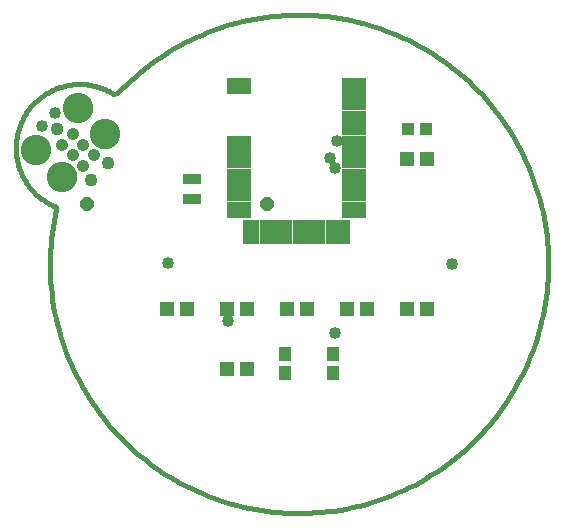
<source format=gts>
G75*
%MOIN*%
%OFA0B0*%
%FSLAX25Y25*%
%IPPOS*%
%LPD*%
%AMOC8*
5,1,8,0,0,1.08239X$1,22.5*
%
%ADD10C,0.01600*%
%ADD11R,0.06312X0.03556*%
%ADD12R,0.05131X0.04737*%
%ADD13C,0.03900*%
%ADD14C,0.00000*%
%ADD15C,0.04300*%
%ADD16C,0.10150*%
%ADD17R,0.03950X0.03950*%
%ADD18R,0.04737X0.05131*%
%ADD19R,0.08083X0.02769*%
%ADD20R,0.02769X0.08083*%
%ADD21R,0.04343X0.04540*%
%ADD22C,0.04000*%
%ADD23OC8,0.04362*%
D10*
X0019468Y0104650D02*
X0019041Y0102662D01*
X0018664Y0100665D01*
X0018336Y0098658D01*
X0018056Y0096644D01*
X0017827Y0094624D01*
X0017646Y0092599D01*
X0017516Y0090570D01*
X0017435Y0088539D01*
X0017403Y0086506D01*
X0017422Y0084473D01*
X0017490Y0082441D01*
X0017608Y0080411D01*
X0017776Y0078385D01*
X0017993Y0076364D01*
X0018260Y0074348D01*
X0018576Y0072340D01*
X0018941Y0070339D01*
X0019355Y0068349D01*
X0019817Y0066369D01*
X0020328Y0064401D01*
X0020887Y0062446D01*
X0021493Y0060506D01*
X0022147Y0058581D01*
X0022848Y0056672D01*
X0023595Y0054781D01*
X0024389Y0052910D01*
X0025228Y0051058D01*
X0026112Y0049227D01*
X0027040Y0047418D01*
X0028013Y0045633D01*
X0029029Y0043872D01*
X0030088Y0042136D01*
X0031188Y0040427D01*
X0032331Y0038745D01*
X0033514Y0037092D01*
X0034738Y0035468D01*
X0036000Y0033875D01*
X0037302Y0032313D01*
X0038641Y0030783D01*
X0040017Y0029286D01*
X0041430Y0027824D01*
X0042878Y0026397D01*
X0044360Y0025005D01*
X0045876Y0023651D01*
X0047425Y0022334D01*
X0049006Y0021055D01*
X0050617Y0019815D01*
X0052258Y0018615D01*
X0053928Y0017456D01*
X0055626Y0016337D01*
X0057351Y0015261D01*
X0059102Y0014227D01*
X0060877Y0013237D01*
X0062676Y0012290D01*
X0064498Y0011388D01*
X0066342Y0010530D01*
X0068205Y0009718D01*
X0070089Y0008951D01*
X0071990Y0008231D01*
X0073908Y0007558D01*
X0075843Y0006932D01*
X0077792Y0006353D01*
X0079754Y0005823D01*
X0081729Y0005340D01*
X0083716Y0004906D01*
X0085712Y0004521D01*
X0087717Y0004185D01*
X0089730Y0003898D01*
X0091749Y0003660D01*
X0093773Y0003472D01*
X0095802Y0003333D01*
X0097833Y0003244D01*
X0099866Y0003205D01*
X0101899Y0003216D01*
X0103931Y0003276D01*
X0105961Y0003386D01*
X0107988Y0003546D01*
X0110010Y0003755D01*
X0112027Y0004014D01*
X0114036Y0004322D01*
X0116038Y0004679D01*
X0118030Y0005086D01*
X0120011Y0005540D01*
X0121981Y0006043D01*
X0123938Y0006595D01*
X0125881Y0007193D01*
X0127809Y0007840D01*
X0129720Y0008533D01*
X0131614Y0009273D01*
X0133489Y0010059D01*
X0135344Y0010891D01*
X0137178Y0011767D01*
X0138991Y0012689D01*
X0140780Y0013655D01*
X0142545Y0014664D01*
X0144285Y0015716D01*
X0145998Y0016810D01*
X0147684Y0017946D01*
X0149342Y0019123D01*
X0150971Y0020340D01*
X0152569Y0021596D01*
X0154136Y0022891D01*
X0155671Y0024225D01*
X0157173Y0025595D01*
X0158641Y0027002D01*
X0160074Y0028444D01*
X0161471Y0029921D01*
X0162831Y0031432D01*
X0164155Y0032976D01*
X0165440Y0034551D01*
X0166686Y0036158D01*
X0167892Y0037794D01*
X0169058Y0039460D01*
X0170183Y0041153D01*
X0171266Y0042874D01*
X0172306Y0044621D01*
X0173304Y0046392D01*
X0174258Y0048188D01*
X0175167Y0050006D01*
X0176032Y0051846D01*
X0176852Y0053707D01*
X0177625Y0055587D01*
X0178353Y0057485D01*
X0179034Y0059401D01*
X0179667Y0061333D01*
X0180254Y0063280D01*
X0180792Y0065240D01*
X0181282Y0067213D01*
X0181724Y0069198D01*
X0182117Y0071193D01*
X0182461Y0073196D01*
X0182756Y0075208D01*
X0183001Y0077226D01*
X0183198Y0079250D01*
X0183344Y0081278D01*
X0183441Y0083308D01*
X0183488Y0085341D01*
X0183485Y0087374D01*
X0183433Y0089406D01*
X0183331Y0091437D01*
X0183179Y0093464D01*
X0182977Y0095488D01*
X0182726Y0097505D01*
X0182426Y0099516D01*
X0182077Y0101519D01*
X0181679Y0103512D01*
X0181232Y0105496D01*
X0180736Y0107468D01*
X0180193Y0109427D01*
X0179601Y0111372D01*
X0178963Y0113302D01*
X0178277Y0115216D01*
X0177544Y0117113D01*
X0176766Y0118991D01*
X0175941Y0120849D01*
X0175072Y0122687D01*
X0174157Y0124503D01*
X0173199Y0126296D01*
X0172196Y0128065D01*
X0171151Y0129809D01*
X0170064Y0131526D01*
X0168934Y0133217D01*
X0167764Y0134879D01*
X0166553Y0136513D01*
X0165303Y0138116D01*
X0164014Y0139688D01*
X0162687Y0141228D01*
X0161322Y0142735D01*
X0159921Y0144209D01*
X0158484Y0145647D01*
X0157013Y0147050D01*
X0155507Y0148417D01*
X0153969Y0149746D01*
X0152399Y0151037D01*
X0150797Y0152289D01*
X0149165Y0153502D01*
X0147504Y0154675D01*
X0145815Y0155806D01*
X0144099Y0156896D01*
X0142356Y0157943D01*
X0140588Y0158948D01*
X0138797Y0159908D01*
X0136982Y0160825D01*
X0135145Y0161697D01*
X0133288Y0162524D01*
X0131411Y0163305D01*
X0129515Y0164040D01*
X0127602Y0164728D01*
X0125673Y0165369D01*
X0123728Y0165963D01*
X0121770Y0166509D01*
X0119799Y0167007D01*
X0117816Y0167457D01*
X0115823Y0167857D01*
X0113820Y0168209D01*
X0111810Y0168512D01*
X0109793Y0168766D01*
X0107770Y0168970D01*
X0105742Y0169124D01*
X0103712Y0169229D01*
X0101680Y0169284D01*
X0099647Y0169289D01*
X0097614Y0169245D01*
X0095583Y0169150D01*
X0093555Y0169006D01*
X0091531Y0168813D01*
X0089513Y0168570D01*
X0087501Y0168277D01*
X0085496Y0167936D01*
X0083501Y0167545D01*
X0081516Y0167106D01*
X0079542Y0166619D01*
X0077581Y0166083D01*
X0075634Y0165499D01*
X0073701Y0164868D01*
X0071784Y0164189D01*
X0069885Y0163464D01*
X0068004Y0162693D01*
X0066142Y0161876D01*
X0064301Y0161013D01*
X0062482Y0160106D01*
X0060685Y0159155D01*
X0058912Y0158159D01*
X0057164Y0157121D01*
X0055442Y0156040D01*
X0053747Y0154917D01*
X0052080Y0153754D01*
X0050442Y0152549D01*
X0048834Y0151305D01*
X0047257Y0150022D01*
X0045712Y0148701D01*
X0044199Y0147342D01*
X0042720Y0145947D01*
X0041276Y0144516D01*
X0039867Y0143050D01*
X0038868Y0142750D02*
X0038431Y0143027D01*
X0037987Y0143293D01*
X0037537Y0143548D01*
X0037081Y0143792D01*
X0036619Y0144025D01*
X0036152Y0144246D01*
X0035679Y0144456D01*
X0035202Y0144654D01*
X0034719Y0144841D01*
X0034233Y0145016D01*
X0033742Y0145179D01*
X0033247Y0145330D01*
X0032749Y0145469D01*
X0032247Y0145596D01*
X0031743Y0145710D01*
X0031236Y0145812D01*
X0030727Y0145902D01*
X0030215Y0145979D01*
X0029702Y0146044D01*
X0029188Y0146096D01*
X0028672Y0146136D01*
X0028156Y0146163D01*
X0027639Y0146177D01*
X0027121Y0146179D01*
X0026604Y0146169D01*
X0026088Y0146145D01*
X0025572Y0146109D01*
X0025057Y0146061D01*
X0024543Y0146000D01*
X0024031Y0145926D01*
X0023521Y0145840D01*
X0023014Y0145742D01*
X0022508Y0145631D01*
X0022006Y0145508D01*
X0021507Y0145373D01*
X0021011Y0145226D01*
X0020519Y0145066D01*
X0020031Y0144895D01*
X0019547Y0144712D01*
X0019068Y0144517D01*
X0018594Y0144311D01*
X0018125Y0144093D01*
X0017662Y0143863D01*
X0017204Y0143623D01*
X0016752Y0143371D01*
X0016306Y0143108D01*
X0015867Y0142835D01*
X0015435Y0142551D01*
X0015010Y0142256D01*
X0014592Y0141951D01*
X0014182Y0141637D01*
X0013779Y0141312D01*
X0013385Y0140977D01*
X0012999Y0140633D01*
X0012621Y0140280D01*
X0012252Y0139918D01*
X0011892Y0139546D01*
X0011541Y0139166D01*
X0011200Y0138778D01*
X0010868Y0138381D01*
X0010546Y0137977D01*
X0010233Y0137564D01*
X0009931Y0137144D01*
X0009640Y0136717D01*
X0009358Y0136283D01*
X0009088Y0135843D01*
X0008828Y0135395D01*
X0008579Y0134942D01*
X0008342Y0134483D01*
X0008115Y0134018D01*
X0007900Y0133547D01*
X0007697Y0133072D01*
X0007505Y0132591D01*
X0007325Y0132107D01*
X0007157Y0131617D01*
X0007001Y0131124D01*
X0006857Y0130628D01*
X0006725Y0130128D01*
X0006605Y0129625D01*
X0006498Y0129119D01*
X0006403Y0128610D01*
X0006320Y0128100D01*
X0006250Y0127587D01*
X0006192Y0127073D01*
X0006147Y0126558D01*
X0006114Y0126042D01*
X0006094Y0125525D01*
X0006087Y0125008D01*
X0006092Y0124491D01*
X0006110Y0123974D01*
X0006141Y0123458D01*
X0006184Y0122942D01*
X0006239Y0122428D01*
X0006307Y0121915D01*
X0006388Y0121405D01*
X0006481Y0120896D01*
X0006586Y0120389D01*
X0006704Y0119886D01*
X0006834Y0119385D01*
X0006976Y0118888D01*
X0007130Y0118394D01*
X0007296Y0117905D01*
X0007474Y0117419D01*
X0007664Y0116938D01*
X0007866Y0116462D01*
X0008079Y0115990D01*
X0008303Y0115524D01*
X0008539Y0115064D01*
X0008786Y0114610D01*
X0009044Y0114161D01*
X0009313Y0113719D01*
X0009592Y0113284D01*
X0009882Y0112856D01*
X0010183Y0112435D01*
X0010493Y0112021D01*
X0010814Y0111616D01*
X0011144Y0111218D01*
X0011484Y0110828D01*
X0011833Y0110446D01*
X0012192Y0110074D01*
X0012559Y0109710D01*
X0012935Y0109355D01*
X0013320Y0109009D01*
X0013713Y0108673D01*
X0014114Y0108347D01*
X0014523Y0108030D01*
X0014940Y0107724D01*
X0015364Y0107428D01*
X0015795Y0107142D01*
X0016233Y0106867D01*
X0016677Y0106602D01*
X0017128Y0106349D01*
X0017585Y0106106D01*
X0018048Y0105875D01*
X0018516Y0105655D01*
X0018989Y0105447D01*
X0019467Y0105250D01*
D11*
X0064768Y0107904D03*
X0064768Y0114596D03*
D12*
X0063114Y0071250D03*
X0056421Y0071250D03*
X0076421Y0071250D03*
X0083114Y0071250D03*
X0096421Y0071250D03*
X0103114Y0071250D03*
X0116421Y0071250D03*
X0123114Y0071250D03*
X0136421Y0071250D03*
X0143114Y0071250D03*
D13*
X0032142Y0122411D02*
X0032142Y0122411D01*
X0032142Y0122411D01*
X0032142Y0122411D01*
X0032142Y0122411D01*
X0032142Y0122411D01*
X0032142Y0122411D01*
X0032142Y0122411D01*
X0032142Y0122411D01*
X0032142Y0122411D01*
X0028606Y0118876D02*
X0028606Y0118876D01*
X0028606Y0118876D01*
X0028606Y0118876D01*
X0028606Y0118876D01*
X0028606Y0118876D01*
X0028606Y0118876D01*
X0028606Y0118876D01*
X0028606Y0118876D01*
X0028606Y0118876D01*
X0025071Y0122411D02*
X0025071Y0122411D01*
X0025071Y0122411D01*
X0025071Y0122411D01*
X0025071Y0122411D01*
X0025071Y0122411D01*
X0025071Y0122411D01*
X0025071Y0122411D01*
X0025071Y0122411D01*
X0025071Y0122411D01*
X0028606Y0125947D02*
X0028606Y0125947D01*
X0028606Y0125947D01*
X0028606Y0125947D01*
X0028606Y0125947D01*
X0028606Y0125947D01*
X0028606Y0125947D01*
X0028606Y0125947D01*
X0028606Y0125947D01*
X0028606Y0125947D01*
X0025071Y0129482D02*
X0025071Y0129482D01*
X0025071Y0129482D01*
X0025071Y0129482D01*
X0025071Y0129482D01*
X0025071Y0129482D01*
X0025071Y0129482D01*
X0025071Y0129482D01*
X0025071Y0129482D01*
X0025071Y0129482D01*
X0021535Y0125947D02*
X0021535Y0125947D01*
X0021535Y0125947D01*
X0021535Y0125947D01*
X0021535Y0125947D01*
X0021535Y0125947D01*
X0021535Y0125947D01*
X0021535Y0125947D01*
X0021535Y0125947D01*
X0021535Y0125947D01*
D14*
X0018018Y0131250D02*
X0018020Y0131333D01*
X0018026Y0131416D01*
X0018036Y0131499D01*
X0018050Y0131581D01*
X0018067Y0131663D01*
X0018089Y0131743D01*
X0018114Y0131822D01*
X0018143Y0131900D01*
X0018176Y0131977D01*
X0018213Y0132052D01*
X0018252Y0132125D01*
X0018296Y0132196D01*
X0018342Y0132265D01*
X0018392Y0132332D01*
X0018445Y0132396D01*
X0018501Y0132458D01*
X0018560Y0132517D01*
X0018622Y0132573D01*
X0018686Y0132626D01*
X0018753Y0132676D01*
X0018822Y0132722D01*
X0018893Y0132766D01*
X0018966Y0132805D01*
X0019041Y0132842D01*
X0019118Y0132875D01*
X0019196Y0132904D01*
X0019275Y0132929D01*
X0019355Y0132951D01*
X0019437Y0132968D01*
X0019519Y0132982D01*
X0019602Y0132992D01*
X0019685Y0132998D01*
X0019768Y0133000D01*
X0019851Y0132998D01*
X0019934Y0132992D01*
X0020017Y0132982D01*
X0020099Y0132968D01*
X0020181Y0132951D01*
X0020261Y0132929D01*
X0020340Y0132904D01*
X0020418Y0132875D01*
X0020495Y0132842D01*
X0020570Y0132805D01*
X0020643Y0132766D01*
X0020714Y0132722D01*
X0020783Y0132676D01*
X0020850Y0132626D01*
X0020914Y0132573D01*
X0020976Y0132517D01*
X0021035Y0132458D01*
X0021091Y0132396D01*
X0021144Y0132332D01*
X0021194Y0132265D01*
X0021240Y0132196D01*
X0021284Y0132125D01*
X0021323Y0132052D01*
X0021360Y0131977D01*
X0021393Y0131900D01*
X0021422Y0131822D01*
X0021447Y0131743D01*
X0021469Y0131663D01*
X0021486Y0131581D01*
X0021500Y0131499D01*
X0021510Y0131416D01*
X0021516Y0131333D01*
X0021518Y0131250D01*
X0021516Y0131167D01*
X0021510Y0131084D01*
X0021500Y0131001D01*
X0021486Y0130919D01*
X0021469Y0130837D01*
X0021447Y0130757D01*
X0021422Y0130678D01*
X0021393Y0130600D01*
X0021360Y0130523D01*
X0021323Y0130448D01*
X0021284Y0130375D01*
X0021240Y0130304D01*
X0021194Y0130235D01*
X0021144Y0130168D01*
X0021091Y0130104D01*
X0021035Y0130042D01*
X0020976Y0129983D01*
X0020914Y0129927D01*
X0020850Y0129874D01*
X0020783Y0129824D01*
X0020714Y0129778D01*
X0020643Y0129734D01*
X0020570Y0129695D01*
X0020495Y0129658D01*
X0020418Y0129625D01*
X0020340Y0129596D01*
X0020261Y0129571D01*
X0020181Y0129549D01*
X0020099Y0129532D01*
X0020017Y0129518D01*
X0019934Y0129508D01*
X0019851Y0129502D01*
X0019768Y0129500D01*
X0019685Y0129502D01*
X0019602Y0129508D01*
X0019519Y0129518D01*
X0019437Y0129532D01*
X0019355Y0129549D01*
X0019275Y0129571D01*
X0019196Y0129596D01*
X0019118Y0129625D01*
X0019041Y0129658D01*
X0018966Y0129695D01*
X0018893Y0129734D01*
X0018822Y0129778D01*
X0018753Y0129824D01*
X0018686Y0129874D01*
X0018622Y0129927D01*
X0018560Y0129983D01*
X0018501Y0130042D01*
X0018445Y0130104D01*
X0018392Y0130168D01*
X0018342Y0130235D01*
X0018296Y0130304D01*
X0018252Y0130375D01*
X0018213Y0130448D01*
X0018176Y0130523D01*
X0018143Y0130600D01*
X0018114Y0130678D01*
X0018089Y0130757D01*
X0018067Y0130837D01*
X0018050Y0130919D01*
X0018036Y0131001D01*
X0018026Y0131084D01*
X0018020Y0131167D01*
X0018018Y0131250D01*
X0008022Y0124179D02*
X0008024Y0124316D01*
X0008030Y0124452D01*
X0008040Y0124588D01*
X0008054Y0124724D01*
X0008072Y0124860D01*
X0008094Y0124995D01*
X0008119Y0125129D01*
X0008149Y0125262D01*
X0008183Y0125394D01*
X0008220Y0125526D01*
X0008261Y0125656D01*
X0008307Y0125785D01*
X0008355Y0125913D01*
X0008408Y0126039D01*
X0008464Y0126163D01*
X0008524Y0126286D01*
X0008587Y0126407D01*
X0008654Y0126526D01*
X0008724Y0126643D01*
X0008798Y0126759D01*
X0008875Y0126871D01*
X0008955Y0126982D01*
X0009039Y0127090D01*
X0009126Y0127196D01*
X0009215Y0127299D01*
X0009308Y0127399D01*
X0009403Y0127497D01*
X0009502Y0127592D01*
X0009603Y0127684D01*
X0009707Y0127772D01*
X0009813Y0127858D01*
X0009922Y0127941D01*
X0010033Y0128020D01*
X0010146Y0128097D01*
X0010262Y0128170D01*
X0010379Y0128239D01*
X0010499Y0128305D01*
X0010620Y0128367D01*
X0010744Y0128426D01*
X0010869Y0128482D01*
X0010995Y0128533D01*
X0011123Y0128581D01*
X0011252Y0128625D01*
X0011383Y0128666D01*
X0011515Y0128702D01*
X0011647Y0128735D01*
X0011781Y0128763D01*
X0011915Y0128788D01*
X0012050Y0128809D01*
X0012186Y0128826D01*
X0012322Y0128839D01*
X0012458Y0128848D01*
X0012595Y0128853D01*
X0012731Y0128854D01*
X0012868Y0128851D01*
X0013004Y0128844D01*
X0013140Y0128833D01*
X0013276Y0128818D01*
X0013411Y0128799D01*
X0013546Y0128776D01*
X0013680Y0128749D01*
X0013813Y0128719D01*
X0013945Y0128684D01*
X0014077Y0128646D01*
X0014206Y0128604D01*
X0014335Y0128558D01*
X0014462Y0128508D01*
X0014588Y0128454D01*
X0014712Y0128397D01*
X0014835Y0128337D01*
X0014955Y0128272D01*
X0015074Y0128205D01*
X0015190Y0128134D01*
X0015305Y0128059D01*
X0015417Y0127981D01*
X0015527Y0127900D01*
X0015635Y0127816D01*
X0015740Y0127728D01*
X0015842Y0127638D01*
X0015942Y0127545D01*
X0016039Y0127448D01*
X0016133Y0127349D01*
X0016224Y0127248D01*
X0016312Y0127143D01*
X0016397Y0127036D01*
X0016479Y0126927D01*
X0016558Y0126815D01*
X0016633Y0126701D01*
X0016705Y0126585D01*
X0016774Y0126467D01*
X0016839Y0126347D01*
X0016901Y0126225D01*
X0016959Y0126101D01*
X0017013Y0125976D01*
X0017064Y0125849D01*
X0017110Y0125721D01*
X0017154Y0125591D01*
X0017193Y0125460D01*
X0017229Y0125328D01*
X0017260Y0125195D01*
X0017288Y0125062D01*
X0017312Y0124927D01*
X0017332Y0124792D01*
X0017348Y0124656D01*
X0017360Y0124520D01*
X0017368Y0124384D01*
X0017372Y0124247D01*
X0017372Y0124111D01*
X0017368Y0123974D01*
X0017360Y0123838D01*
X0017348Y0123702D01*
X0017332Y0123566D01*
X0017312Y0123431D01*
X0017288Y0123296D01*
X0017260Y0123163D01*
X0017229Y0123030D01*
X0017193Y0122898D01*
X0017154Y0122767D01*
X0017110Y0122637D01*
X0017064Y0122509D01*
X0017013Y0122382D01*
X0016959Y0122257D01*
X0016901Y0122133D01*
X0016839Y0122011D01*
X0016774Y0121891D01*
X0016705Y0121773D01*
X0016633Y0121657D01*
X0016558Y0121543D01*
X0016479Y0121431D01*
X0016397Y0121322D01*
X0016312Y0121215D01*
X0016224Y0121110D01*
X0016133Y0121009D01*
X0016039Y0120910D01*
X0015942Y0120813D01*
X0015842Y0120720D01*
X0015740Y0120630D01*
X0015635Y0120542D01*
X0015527Y0120458D01*
X0015417Y0120377D01*
X0015305Y0120299D01*
X0015190Y0120224D01*
X0015074Y0120153D01*
X0014955Y0120086D01*
X0014835Y0120021D01*
X0014712Y0119961D01*
X0014588Y0119904D01*
X0014462Y0119850D01*
X0014335Y0119800D01*
X0014206Y0119754D01*
X0014077Y0119712D01*
X0013945Y0119674D01*
X0013813Y0119639D01*
X0013680Y0119609D01*
X0013546Y0119582D01*
X0013411Y0119559D01*
X0013276Y0119540D01*
X0013140Y0119525D01*
X0013004Y0119514D01*
X0012868Y0119507D01*
X0012731Y0119504D01*
X0012595Y0119505D01*
X0012458Y0119510D01*
X0012322Y0119519D01*
X0012186Y0119532D01*
X0012050Y0119549D01*
X0011915Y0119570D01*
X0011781Y0119595D01*
X0011647Y0119623D01*
X0011515Y0119656D01*
X0011383Y0119692D01*
X0011252Y0119733D01*
X0011123Y0119777D01*
X0010995Y0119825D01*
X0010869Y0119876D01*
X0010744Y0119932D01*
X0010620Y0119991D01*
X0010499Y0120053D01*
X0010379Y0120119D01*
X0010262Y0120188D01*
X0010146Y0120261D01*
X0010033Y0120338D01*
X0009922Y0120417D01*
X0009813Y0120500D01*
X0009707Y0120586D01*
X0009603Y0120674D01*
X0009502Y0120766D01*
X0009403Y0120861D01*
X0009308Y0120959D01*
X0009215Y0121059D01*
X0009126Y0121162D01*
X0009039Y0121268D01*
X0008955Y0121376D01*
X0008875Y0121487D01*
X0008798Y0121599D01*
X0008724Y0121715D01*
X0008654Y0121832D01*
X0008587Y0121951D01*
X0008524Y0122072D01*
X0008464Y0122195D01*
X0008408Y0122319D01*
X0008355Y0122445D01*
X0008307Y0122573D01*
X0008261Y0122702D01*
X0008220Y0122832D01*
X0008183Y0122964D01*
X0008149Y0123096D01*
X0008119Y0123229D01*
X0008094Y0123363D01*
X0008072Y0123498D01*
X0008054Y0123634D01*
X0008040Y0123770D01*
X0008030Y0123906D01*
X0008024Y0124042D01*
X0008022Y0124179D01*
X0016860Y0115340D02*
X0016862Y0115477D01*
X0016868Y0115613D01*
X0016878Y0115749D01*
X0016892Y0115885D01*
X0016910Y0116021D01*
X0016932Y0116156D01*
X0016957Y0116290D01*
X0016987Y0116423D01*
X0017021Y0116555D01*
X0017058Y0116687D01*
X0017099Y0116817D01*
X0017145Y0116946D01*
X0017193Y0117074D01*
X0017246Y0117200D01*
X0017302Y0117324D01*
X0017362Y0117447D01*
X0017425Y0117568D01*
X0017492Y0117687D01*
X0017562Y0117804D01*
X0017636Y0117920D01*
X0017713Y0118032D01*
X0017793Y0118143D01*
X0017877Y0118251D01*
X0017964Y0118357D01*
X0018053Y0118460D01*
X0018146Y0118560D01*
X0018241Y0118658D01*
X0018340Y0118753D01*
X0018441Y0118845D01*
X0018545Y0118933D01*
X0018651Y0119019D01*
X0018760Y0119102D01*
X0018871Y0119181D01*
X0018984Y0119258D01*
X0019100Y0119331D01*
X0019217Y0119400D01*
X0019337Y0119466D01*
X0019458Y0119528D01*
X0019582Y0119587D01*
X0019707Y0119643D01*
X0019833Y0119694D01*
X0019961Y0119742D01*
X0020090Y0119786D01*
X0020221Y0119827D01*
X0020353Y0119863D01*
X0020485Y0119896D01*
X0020619Y0119924D01*
X0020753Y0119949D01*
X0020888Y0119970D01*
X0021024Y0119987D01*
X0021160Y0120000D01*
X0021296Y0120009D01*
X0021433Y0120014D01*
X0021569Y0120015D01*
X0021706Y0120012D01*
X0021842Y0120005D01*
X0021978Y0119994D01*
X0022114Y0119979D01*
X0022249Y0119960D01*
X0022384Y0119937D01*
X0022518Y0119910D01*
X0022651Y0119880D01*
X0022783Y0119845D01*
X0022915Y0119807D01*
X0023044Y0119765D01*
X0023173Y0119719D01*
X0023300Y0119669D01*
X0023426Y0119615D01*
X0023550Y0119558D01*
X0023673Y0119498D01*
X0023793Y0119433D01*
X0023912Y0119366D01*
X0024028Y0119295D01*
X0024143Y0119220D01*
X0024255Y0119142D01*
X0024365Y0119061D01*
X0024473Y0118977D01*
X0024578Y0118889D01*
X0024680Y0118799D01*
X0024780Y0118706D01*
X0024877Y0118609D01*
X0024971Y0118510D01*
X0025062Y0118409D01*
X0025150Y0118304D01*
X0025235Y0118197D01*
X0025317Y0118088D01*
X0025396Y0117976D01*
X0025471Y0117862D01*
X0025543Y0117746D01*
X0025612Y0117628D01*
X0025677Y0117508D01*
X0025739Y0117386D01*
X0025797Y0117262D01*
X0025851Y0117137D01*
X0025902Y0117010D01*
X0025948Y0116882D01*
X0025992Y0116752D01*
X0026031Y0116621D01*
X0026067Y0116489D01*
X0026098Y0116356D01*
X0026126Y0116223D01*
X0026150Y0116088D01*
X0026170Y0115953D01*
X0026186Y0115817D01*
X0026198Y0115681D01*
X0026206Y0115545D01*
X0026210Y0115408D01*
X0026210Y0115272D01*
X0026206Y0115135D01*
X0026198Y0114999D01*
X0026186Y0114863D01*
X0026170Y0114727D01*
X0026150Y0114592D01*
X0026126Y0114457D01*
X0026098Y0114324D01*
X0026067Y0114191D01*
X0026031Y0114059D01*
X0025992Y0113928D01*
X0025948Y0113798D01*
X0025902Y0113670D01*
X0025851Y0113543D01*
X0025797Y0113418D01*
X0025739Y0113294D01*
X0025677Y0113172D01*
X0025612Y0113052D01*
X0025543Y0112934D01*
X0025471Y0112818D01*
X0025396Y0112704D01*
X0025317Y0112592D01*
X0025235Y0112483D01*
X0025150Y0112376D01*
X0025062Y0112271D01*
X0024971Y0112170D01*
X0024877Y0112071D01*
X0024780Y0111974D01*
X0024680Y0111881D01*
X0024578Y0111791D01*
X0024473Y0111703D01*
X0024365Y0111619D01*
X0024255Y0111538D01*
X0024143Y0111460D01*
X0024028Y0111385D01*
X0023912Y0111314D01*
X0023793Y0111247D01*
X0023673Y0111182D01*
X0023550Y0111122D01*
X0023426Y0111065D01*
X0023300Y0111011D01*
X0023173Y0110961D01*
X0023044Y0110915D01*
X0022915Y0110873D01*
X0022783Y0110835D01*
X0022651Y0110800D01*
X0022518Y0110770D01*
X0022384Y0110743D01*
X0022249Y0110720D01*
X0022114Y0110701D01*
X0021978Y0110686D01*
X0021842Y0110675D01*
X0021706Y0110668D01*
X0021569Y0110665D01*
X0021433Y0110666D01*
X0021296Y0110671D01*
X0021160Y0110680D01*
X0021024Y0110693D01*
X0020888Y0110710D01*
X0020753Y0110731D01*
X0020619Y0110756D01*
X0020485Y0110784D01*
X0020353Y0110817D01*
X0020221Y0110853D01*
X0020090Y0110894D01*
X0019961Y0110938D01*
X0019833Y0110986D01*
X0019707Y0111037D01*
X0019582Y0111093D01*
X0019458Y0111152D01*
X0019337Y0111214D01*
X0019217Y0111280D01*
X0019100Y0111349D01*
X0018984Y0111422D01*
X0018871Y0111499D01*
X0018760Y0111578D01*
X0018651Y0111661D01*
X0018545Y0111747D01*
X0018441Y0111835D01*
X0018340Y0111927D01*
X0018241Y0112022D01*
X0018146Y0112120D01*
X0018053Y0112220D01*
X0017964Y0112323D01*
X0017877Y0112429D01*
X0017793Y0112537D01*
X0017713Y0112648D01*
X0017636Y0112760D01*
X0017562Y0112876D01*
X0017492Y0112993D01*
X0017425Y0113112D01*
X0017362Y0113233D01*
X0017302Y0113356D01*
X0017246Y0113480D01*
X0017193Y0113606D01*
X0017145Y0113734D01*
X0017099Y0113863D01*
X0017058Y0113993D01*
X0017021Y0114125D01*
X0016987Y0114257D01*
X0016957Y0114390D01*
X0016932Y0114524D01*
X0016910Y0114659D01*
X0016892Y0114795D01*
X0016878Y0114931D01*
X0016868Y0115067D01*
X0016862Y0115203D01*
X0016860Y0115340D01*
X0029331Y0114279D02*
X0029333Y0114362D01*
X0029339Y0114445D01*
X0029349Y0114528D01*
X0029363Y0114610D01*
X0029380Y0114692D01*
X0029402Y0114772D01*
X0029427Y0114851D01*
X0029456Y0114929D01*
X0029489Y0115006D01*
X0029526Y0115081D01*
X0029565Y0115154D01*
X0029609Y0115225D01*
X0029655Y0115294D01*
X0029705Y0115361D01*
X0029758Y0115425D01*
X0029814Y0115487D01*
X0029873Y0115546D01*
X0029935Y0115602D01*
X0029999Y0115655D01*
X0030066Y0115705D01*
X0030135Y0115751D01*
X0030206Y0115795D01*
X0030279Y0115834D01*
X0030354Y0115871D01*
X0030431Y0115904D01*
X0030509Y0115933D01*
X0030588Y0115958D01*
X0030668Y0115980D01*
X0030750Y0115997D01*
X0030832Y0116011D01*
X0030915Y0116021D01*
X0030998Y0116027D01*
X0031081Y0116029D01*
X0031164Y0116027D01*
X0031247Y0116021D01*
X0031330Y0116011D01*
X0031412Y0115997D01*
X0031494Y0115980D01*
X0031574Y0115958D01*
X0031653Y0115933D01*
X0031731Y0115904D01*
X0031808Y0115871D01*
X0031883Y0115834D01*
X0031956Y0115795D01*
X0032027Y0115751D01*
X0032096Y0115705D01*
X0032163Y0115655D01*
X0032227Y0115602D01*
X0032289Y0115546D01*
X0032348Y0115487D01*
X0032404Y0115425D01*
X0032457Y0115361D01*
X0032507Y0115294D01*
X0032553Y0115225D01*
X0032597Y0115154D01*
X0032636Y0115081D01*
X0032673Y0115006D01*
X0032706Y0114929D01*
X0032735Y0114851D01*
X0032760Y0114772D01*
X0032782Y0114692D01*
X0032799Y0114610D01*
X0032813Y0114528D01*
X0032823Y0114445D01*
X0032829Y0114362D01*
X0032831Y0114279D01*
X0032829Y0114196D01*
X0032823Y0114113D01*
X0032813Y0114030D01*
X0032799Y0113948D01*
X0032782Y0113866D01*
X0032760Y0113786D01*
X0032735Y0113707D01*
X0032706Y0113629D01*
X0032673Y0113552D01*
X0032636Y0113477D01*
X0032597Y0113404D01*
X0032553Y0113333D01*
X0032507Y0113264D01*
X0032457Y0113197D01*
X0032404Y0113133D01*
X0032348Y0113071D01*
X0032289Y0113012D01*
X0032227Y0112956D01*
X0032163Y0112903D01*
X0032096Y0112853D01*
X0032027Y0112807D01*
X0031956Y0112763D01*
X0031883Y0112724D01*
X0031808Y0112687D01*
X0031731Y0112654D01*
X0031653Y0112625D01*
X0031574Y0112600D01*
X0031494Y0112578D01*
X0031412Y0112561D01*
X0031330Y0112547D01*
X0031247Y0112537D01*
X0031164Y0112531D01*
X0031081Y0112529D01*
X0030998Y0112531D01*
X0030915Y0112537D01*
X0030832Y0112547D01*
X0030750Y0112561D01*
X0030668Y0112578D01*
X0030588Y0112600D01*
X0030509Y0112625D01*
X0030431Y0112654D01*
X0030354Y0112687D01*
X0030279Y0112724D01*
X0030206Y0112763D01*
X0030135Y0112807D01*
X0030066Y0112853D01*
X0029999Y0112903D01*
X0029935Y0112956D01*
X0029873Y0113012D01*
X0029814Y0113071D01*
X0029758Y0113133D01*
X0029705Y0113197D01*
X0029655Y0113264D01*
X0029609Y0113333D01*
X0029565Y0113404D01*
X0029526Y0113477D01*
X0029489Y0113552D01*
X0029456Y0113629D01*
X0029427Y0113707D01*
X0029402Y0113786D01*
X0029380Y0113866D01*
X0029363Y0113948D01*
X0029349Y0114030D01*
X0029339Y0114113D01*
X0029333Y0114196D01*
X0029331Y0114279D01*
X0034988Y0119936D02*
X0034990Y0120019D01*
X0034996Y0120102D01*
X0035006Y0120185D01*
X0035020Y0120267D01*
X0035037Y0120349D01*
X0035059Y0120429D01*
X0035084Y0120508D01*
X0035113Y0120586D01*
X0035146Y0120663D01*
X0035183Y0120738D01*
X0035222Y0120811D01*
X0035266Y0120882D01*
X0035312Y0120951D01*
X0035362Y0121018D01*
X0035415Y0121082D01*
X0035471Y0121144D01*
X0035530Y0121203D01*
X0035592Y0121259D01*
X0035656Y0121312D01*
X0035723Y0121362D01*
X0035792Y0121408D01*
X0035863Y0121452D01*
X0035936Y0121491D01*
X0036011Y0121528D01*
X0036088Y0121561D01*
X0036166Y0121590D01*
X0036245Y0121615D01*
X0036325Y0121637D01*
X0036407Y0121654D01*
X0036489Y0121668D01*
X0036572Y0121678D01*
X0036655Y0121684D01*
X0036738Y0121686D01*
X0036821Y0121684D01*
X0036904Y0121678D01*
X0036987Y0121668D01*
X0037069Y0121654D01*
X0037151Y0121637D01*
X0037231Y0121615D01*
X0037310Y0121590D01*
X0037388Y0121561D01*
X0037465Y0121528D01*
X0037540Y0121491D01*
X0037613Y0121452D01*
X0037684Y0121408D01*
X0037753Y0121362D01*
X0037820Y0121312D01*
X0037884Y0121259D01*
X0037946Y0121203D01*
X0038005Y0121144D01*
X0038061Y0121082D01*
X0038114Y0121018D01*
X0038164Y0120951D01*
X0038210Y0120882D01*
X0038254Y0120811D01*
X0038293Y0120738D01*
X0038330Y0120663D01*
X0038363Y0120586D01*
X0038392Y0120508D01*
X0038417Y0120429D01*
X0038439Y0120349D01*
X0038456Y0120267D01*
X0038470Y0120185D01*
X0038480Y0120102D01*
X0038486Y0120019D01*
X0038488Y0119936D01*
X0038486Y0119853D01*
X0038480Y0119770D01*
X0038470Y0119687D01*
X0038456Y0119605D01*
X0038439Y0119523D01*
X0038417Y0119443D01*
X0038392Y0119364D01*
X0038363Y0119286D01*
X0038330Y0119209D01*
X0038293Y0119134D01*
X0038254Y0119061D01*
X0038210Y0118990D01*
X0038164Y0118921D01*
X0038114Y0118854D01*
X0038061Y0118790D01*
X0038005Y0118728D01*
X0037946Y0118669D01*
X0037884Y0118613D01*
X0037820Y0118560D01*
X0037753Y0118510D01*
X0037684Y0118464D01*
X0037613Y0118420D01*
X0037540Y0118381D01*
X0037465Y0118344D01*
X0037388Y0118311D01*
X0037310Y0118282D01*
X0037231Y0118257D01*
X0037151Y0118235D01*
X0037069Y0118218D01*
X0036987Y0118204D01*
X0036904Y0118194D01*
X0036821Y0118188D01*
X0036738Y0118186D01*
X0036655Y0118188D01*
X0036572Y0118194D01*
X0036489Y0118204D01*
X0036407Y0118218D01*
X0036325Y0118235D01*
X0036245Y0118257D01*
X0036166Y0118282D01*
X0036088Y0118311D01*
X0036011Y0118344D01*
X0035936Y0118381D01*
X0035863Y0118420D01*
X0035792Y0118464D01*
X0035723Y0118510D01*
X0035656Y0118560D01*
X0035592Y0118613D01*
X0035530Y0118669D01*
X0035471Y0118728D01*
X0035415Y0118790D01*
X0035362Y0118854D01*
X0035312Y0118921D01*
X0035266Y0118990D01*
X0035222Y0119061D01*
X0035183Y0119134D01*
X0035146Y0119209D01*
X0035113Y0119286D01*
X0035084Y0119364D01*
X0035059Y0119443D01*
X0035037Y0119523D01*
X0035020Y0119605D01*
X0035006Y0119687D01*
X0034996Y0119770D01*
X0034990Y0119853D01*
X0034988Y0119936D01*
X0031003Y0129482D02*
X0031005Y0129619D01*
X0031011Y0129755D01*
X0031021Y0129891D01*
X0031035Y0130027D01*
X0031053Y0130163D01*
X0031075Y0130298D01*
X0031100Y0130432D01*
X0031130Y0130565D01*
X0031164Y0130697D01*
X0031201Y0130829D01*
X0031242Y0130959D01*
X0031288Y0131088D01*
X0031336Y0131216D01*
X0031389Y0131342D01*
X0031445Y0131466D01*
X0031505Y0131589D01*
X0031568Y0131710D01*
X0031635Y0131829D01*
X0031705Y0131946D01*
X0031779Y0132062D01*
X0031856Y0132174D01*
X0031936Y0132285D01*
X0032020Y0132393D01*
X0032107Y0132499D01*
X0032196Y0132602D01*
X0032289Y0132702D01*
X0032384Y0132800D01*
X0032483Y0132895D01*
X0032584Y0132987D01*
X0032688Y0133075D01*
X0032794Y0133161D01*
X0032903Y0133244D01*
X0033014Y0133323D01*
X0033127Y0133400D01*
X0033243Y0133473D01*
X0033360Y0133542D01*
X0033480Y0133608D01*
X0033601Y0133670D01*
X0033725Y0133729D01*
X0033850Y0133785D01*
X0033976Y0133836D01*
X0034104Y0133884D01*
X0034233Y0133928D01*
X0034364Y0133969D01*
X0034496Y0134005D01*
X0034628Y0134038D01*
X0034762Y0134066D01*
X0034896Y0134091D01*
X0035031Y0134112D01*
X0035167Y0134129D01*
X0035303Y0134142D01*
X0035439Y0134151D01*
X0035576Y0134156D01*
X0035712Y0134157D01*
X0035849Y0134154D01*
X0035985Y0134147D01*
X0036121Y0134136D01*
X0036257Y0134121D01*
X0036392Y0134102D01*
X0036527Y0134079D01*
X0036661Y0134052D01*
X0036794Y0134022D01*
X0036926Y0133987D01*
X0037058Y0133949D01*
X0037187Y0133907D01*
X0037316Y0133861D01*
X0037443Y0133811D01*
X0037569Y0133757D01*
X0037693Y0133700D01*
X0037816Y0133640D01*
X0037936Y0133575D01*
X0038055Y0133508D01*
X0038171Y0133437D01*
X0038286Y0133362D01*
X0038398Y0133284D01*
X0038508Y0133203D01*
X0038616Y0133119D01*
X0038721Y0133031D01*
X0038823Y0132941D01*
X0038923Y0132848D01*
X0039020Y0132751D01*
X0039114Y0132652D01*
X0039205Y0132551D01*
X0039293Y0132446D01*
X0039378Y0132339D01*
X0039460Y0132230D01*
X0039539Y0132118D01*
X0039614Y0132004D01*
X0039686Y0131888D01*
X0039755Y0131770D01*
X0039820Y0131650D01*
X0039882Y0131528D01*
X0039940Y0131404D01*
X0039994Y0131279D01*
X0040045Y0131152D01*
X0040091Y0131024D01*
X0040135Y0130894D01*
X0040174Y0130763D01*
X0040210Y0130631D01*
X0040241Y0130498D01*
X0040269Y0130365D01*
X0040293Y0130230D01*
X0040313Y0130095D01*
X0040329Y0129959D01*
X0040341Y0129823D01*
X0040349Y0129687D01*
X0040353Y0129550D01*
X0040353Y0129414D01*
X0040349Y0129277D01*
X0040341Y0129141D01*
X0040329Y0129005D01*
X0040313Y0128869D01*
X0040293Y0128734D01*
X0040269Y0128599D01*
X0040241Y0128466D01*
X0040210Y0128333D01*
X0040174Y0128201D01*
X0040135Y0128070D01*
X0040091Y0127940D01*
X0040045Y0127812D01*
X0039994Y0127685D01*
X0039940Y0127560D01*
X0039882Y0127436D01*
X0039820Y0127314D01*
X0039755Y0127194D01*
X0039686Y0127076D01*
X0039614Y0126960D01*
X0039539Y0126846D01*
X0039460Y0126734D01*
X0039378Y0126625D01*
X0039293Y0126518D01*
X0039205Y0126413D01*
X0039114Y0126312D01*
X0039020Y0126213D01*
X0038923Y0126116D01*
X0038823Y0126023D01*
X0038721Y0125933D01*
X0038616Y0125845D01*
X0038508Y0125761D01*
X0038398Y0125680D01*
X0038286Y0125602D01*
X0038171Y0125527D01*
X0038055Y0125456D01*
X0037936Y0125389D01*
X0037816Y0125324D01*
X0037693Y0125264D01*
X0037569Y0125207D01*
X0037443Y0125153D01*
X0037316Y0125103D01*
X0037187Y0125057D01*
X0037058Y0125015D01*
X0036926Y0124977D01*
X0036794Y0124942D01*
X0036661Y0124912D01*
X0036527Y0124885D01*
X0036392Y0124862D01*
X0036257Y0124843D01*
X0036121Y0124828D01*
X0035985Y0124817D01*
X0035849Y0124810D01*
X0035712Y0124807D01*
X0035576Y0124808D01*
X0035439Y0124813D01*
X0035303Y0124822D01*
X0035167Y0124835D01*
X0035031Y0124852D01*
X0034896Y0124873D01*
X0034762Y0124898D01*
X0034628Y0124926D01*
X0034496Y0124959D01*
X0034364Y0124995D01*
X0034233Y0125036D01*
X0034104Y0125080D01*
X0033976Y0125128D01*
X0033850Y0125179D01*
X0033725Y0125235D01*
X0033601Y0125294D01*
X0033480Y0125356D01*
X0033360Y0125422D01*
X0033243Y0125491D01*
X0033127Y0125564D01*
X0033014Y0125641D01*
X0032903Y0125720D01*
X0032794Y0125803D01*
X0032688Y0125889D01*
X0032584Y0125977D01*
X0032483Y0126069D01*
X0032384Y0126164D01*
X0032289Y0126262D01*
X0032196Y0126362D01*
X0032107Y0126465D01*
X0032020Y0126571D01*
X0031936Y0126679D01*
X0031856Y0126790D01*
X0031779Y0126902D01*
X0031705Y0127018D01*
X0031635Y0127135D01*
X0031568Y0127254D01*
X0031505Y0127375D01*
X0031445Y0127498D01*
X0031389Y0127622D01*
X0031336Y0127748D01*
X0031288Y0127876D01*
X0031242Y0128005D01*
X0031201Y0128135D01*
X0031164Y0128267D01*
X0031130Y0128399D01*
X0031100Y0128532D01*
X0031075Y0128666D01*
X0031053Y0128801D01*
X0031035Y0128937D01*
X0031021Y0129073D01*
X0031011Y0129209D01*
X0031005Y0129345D01*
X0031003Y0129482D01*
X0022164Y0138321D02*
X0022166Y0138458D01*
X0022172Y0138594D01*
X0022182Y0138730D01*
X0022196Y0138866D01*
X0022214Y0139002D01*
X0022236Y0139137D01*
X0022261Y0139271D01*
X0022291Y0139404D01*
X0022325Y0139536D01*
X0022362Y0139668D01*
X0022403Y0139798D01*
X0022449Y0139927D01*
X0022497Y0140055D01*
X0022550Y0140181D01*
X0022606Y0140305D01*
X0022666Y0140428D01*
X0022729Y0140549D01*
X0022796Y0140668D01*
X0022866Y0140785D01*
X0022940Y0140901D01*
X0023017Y0141013D01*
X0023097Y0141124D01*
X0023181Y0141232D01*
X0023268Y0141338D01*
X0023357Y0141441D01*
X0023450Y0141541D01*
X0023545Y0141639D01*
X0023644Y0141734D01*
X0023745Y0141826D01*
X0023849Y0141914D01*
X0023955Y0142000D01*
X0024064Y0142083D01*
X0024175Y0142162D01*
X0024288Y0142239D01*
X0024404Y0142312D01*
X0024521Y0142381D01*
X0024641Y0142447D01*
X0024762Y0142509D01*
X0024886Y0142568D01*
X0025011Y0142624D01*
X0025137Y0142675D01*
X0025265Y0142723D01*
X0025394Y0142767D01*
X0025525Y0142808D01*
X0025657Y0142844D01*
X0025789Y0142877D01*
X0025923Y0142905D01*
X0026057Y0142930D01*
X0026192Y0142951D01*
X0026328Y0142968D01*
X0026464Y0142981D01*
X0026600Y0142990D01*
X0026737Y0142995D01*
X0026873Y0142996D01*
X0027010Y0142993D01*
X0027146Y0142986D01*
X0027282Y0142975D01*
X0027418Y0142960D01*
X0027553Y0142941D01*
X0027688Y0142918D01*
X0027822Y0142891D01*
X0027955Y0142861D01*
X0028087Y0142826D01*
X0028219Y0142788D01*
X0028348Y0142746D01*
X0028477Y0142700D01*
X0028604Y0142650D01*
X0028730Y0142596D01*
X0028854Y0142539D01*
X0028977Y0142479D01*
X0029097Y0142414D01*
X0029216Y0142347D01*
X0029332Y0142276D01*
X0029447Y0142201D01*
X0029559Y0142123D01*
X0029669Y0142042D01*
X0029777Y0141958D01*
X0029882Y0141870D01*
X0029984Y0141780D01*
X0030084Y0141687D01*
X0030181Y0141590D01*
X0030275Y0141491D01*
X0030366Y0141390D01*
X0030454Y0141285D01*
X0030539Y0141178D01*
X0030621Y0141069D01*
X0030700Y0140957D01*
X0030775Y0140843D01*
X0030847Y0140727D01*
X0030916Y0140609D01*
X0030981Y0140489D01*
X0031043Y0140367D01*
X0031101Y0140243D01*
X0031155Y0140118D01*
X0031206Y0139991D01*
X0031252Y0139863D01*
X0031296Y0139733D01*
X0031335Y0139602D01*
X0031371Y0139470D01*
X0031402Y0139337D01*
X0031430Y0139204D01*
X0031454Y0139069D01*
X0031474Y0138934D01*
X0031490Y0138798D01*
X0031502Y0138662D01*
X0031510Y0138526D01*
X0031514Y0138389D01*
X0031514Y0138253D01*
X0031510Y0138116D01*
X0031502Y0137980D01*
X0031490Y0137844D01*
X0031474Y0137708D01*
X0031454Y0137573D01*
X0031430Y0137438D01*
X0031402Y0137305D01*
X0031371Y0137172D01*
X0031335Y0137040D01*
X0031296Y0136909D01*
X0031252Y0136779D01*
X0031206Y0136651D01*
X0031155Y0136524D01*
X0031101Y0136399D01*
X0031043Y0136275D01*
X0030981Y0136153D01*
X0030916Y0136033D01*
X0030847Y0135915D01*
X0030775Y0135799D01*
X0030700Y0135685D01*
X0030621Y0135573D01*
X0030539Y0135464D01*
X0030454Y0135357D01*
X0030366Y0135252D01*
X0030275Y0135151D01*
X0030181Y0135052D01*
X0030084Y0134955D01*
X0029984Y0134862D01*
X0029882Y0134772D01*
X0029777Y0134684D01*
X0029669Y0134600D01*
X0029559Y0134519D01*
X0029447Y0134441D01*
X0029332Y0134366D01*
X0029216Y0134295D01*
X0029097Y0134228D01*
X0028977Y0134163D01*
X0028854Y0134103D01*
X0028730Y0134046D01*
X0028604Y0133992D01*
X0028477Y0133942D01*
X0028348Y0133896D01*
X0028219Y0133854D01*
X0028087Y0133816D01*
X0027955Y0133781D01*
X0027822Y0133751D01*
X0027688Y0133724D01*
X0027553Y0133701D01*
X0027418Y0133682D01*
X0027282Y0133667D01*
X0027146Y0133656D01*
X0027010Y0133649D01*
X0026873Y0133646D01*
X0026737Y0133647D01*
X0026600Y0133652D01*
X0026464Y0133661D01*
X0026328Y0133674D01*
X0026192Y0133691D01*
X0026057Y0133712D01*
X0025923Y0133737D01*
X0025789Y0133765D01*
X0025657Y0133798D01*
X0025525Y0133834D01*
X0025394Y0133875D01*
X0025265Y0133919D01*
X0025137Y0133967D01*
X0025011Y0134018D01*
X0024886Y0134074D01*
X0024762Y0134133D01*
X0024641Y0134195D01*
X0024521Y0134261D01*
X0024404Y0134330D01*
X0024288Y0134403D01*
X0024175Y0134480D01*
X0024064Y0134559D01*
X0023955Y0134642D01*
X0023849Y0134728D01*
X0023745Y0134816D01*
X0023644Y0134908D01*
X0023545Y0135003D01*
X0023450Y0135101D01*
X0023357Y0135201D01*
X0023268Y0135304D01*
X0023181Y0135410D01*
X0023097Y0135518D01*
X0023017Y0135629D01*
X0022940Y0135741D01*
X0022866Y0135857D01*
X0022796Y0135974D01*
X0022729Y0136093D01*
X0022666Y0136214D01*
X0022606Y0136337D01*
X0022550Y0136461D01*
X0022497Y0136587D01*
X0022449Y0136715D01*
X0022403Y0136844D01*
X0022362Y0136974D01*
X0022325Y0137106D01*
X0022291Y0137238D01*
X0022261Y0137371D01*
X0022236Y0137505D01*
X0022214Y0137640D01*
X0022196Y0137776D01*
X0022182Y0137912D01*
X0022172Y0138048D01*
X0022166Y0138184D01*
X0022164Y0138321D01*
D15*
X0019768Y0131250D03*
X0036738Y0119936D03*
X0031081Y0114279D03*
D16*
X0021535Y0115340D03*
X0012697Y0124179D03*
X0026839Y0138321D03*
X0035678Y0129482D03*
D17*
X0136815Y0131250D03*
X0142720Y0131250D03*
D18*
X0076421Y0051250D03*
X0083114Y0051250D03*
X0136421Y0121250D03*
X0143114Y0121250D03*
D19*
X0118823Y0122195D03*
X0118823Y0119439D03*
X0118823Y0116683D03*
X0118823Y0113927D03*
X0118823Y0111171D03*
X0118823Y0108415D03*
X0118823Y0105659D03*
X0118823Y0102904D03*
X0118823Y0124951D03*
X0118823Y0127707D03*
X0118823Y0130463D03*
X0118823Y0133219D03*
X0118823Y0135974D03*
X0118823Y0138730D03*
X0118823Y0141486D03*
X0118823Y0144242D03*
X0118823Y0146998D03*
X0080634Y0146998D03*
X0080634Y0144242D03*
X0080634Y0127707D03*
X0080634Y0124951D03*
X0080634Y0122195D03*
X0080634Y0119439D03*
X0080634Y0116683D03*
X0080634Y0113927D03*
X0080634Y0111171D03*
X0080634Y0108415D03*
X0080634Y0105659D03*
X0080634Y0102904D03*
D20*
X0083153Y0096959D03*
X0085909Y0096959D03*
X0088665Y0096959D03*
X0091421Y0096959D03*
X0094177Y0096959D03*
X0096933Y0096959D03*
X0099689Y0096959D03*
X0102445Y0096959D03*
X0105201Y0096959D03*
X0107957Y0096959D03*
X0110713Y0096959D03*
X0113468Y0096959D03*
X0116224Y0096959D03*
D21*
X0111972Y0056250D03*
X0111972Y0049951D03*
X0095831Y0049951D03*
X0095831Y0056250D03*
D22*
X0112368Y0063250D03*
X0076768Y0067250D03*
X0056768Y0086450D03*
X0014768Y0132050D03*
X0019168Y0136450D03*
X0110768Y0121650D03*
X0112368Y0118050D03*
X0113168Y0127250D03*
X0151568Y0086050D03*
D23*
X0089768Y0106250D03*
X0029768Y0106250D03*
M02*

</source>
